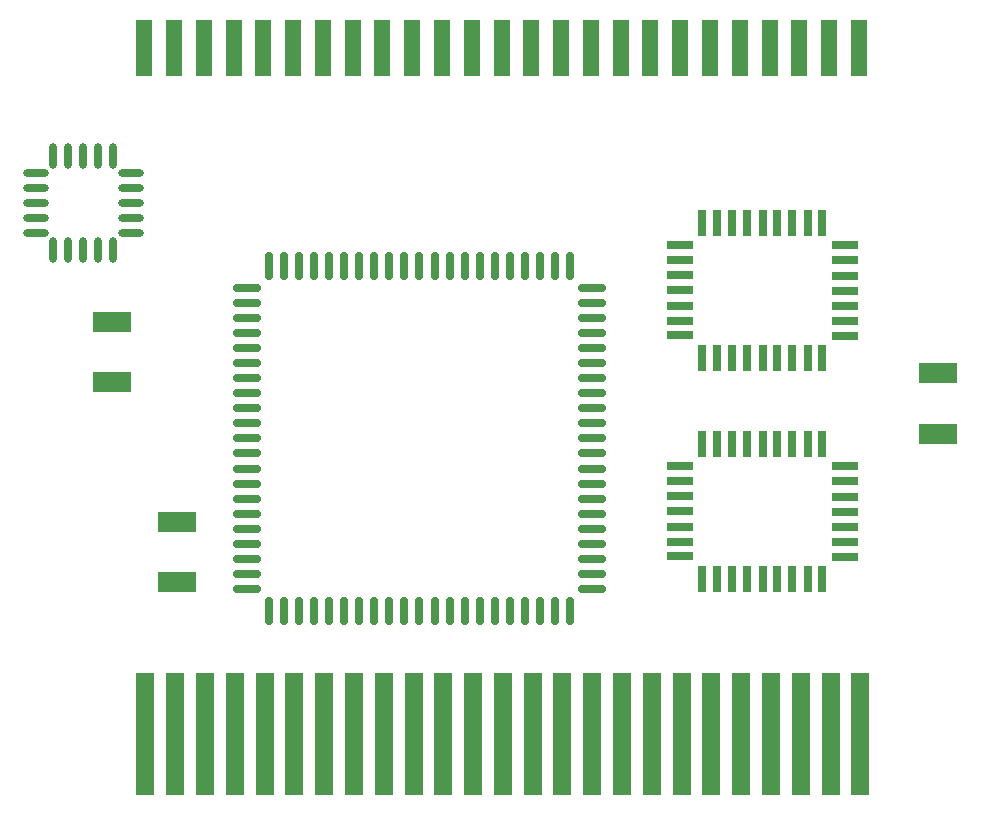
<source format=gbr>
%TF.GenerationSoftware,KiCad,Pcbnew,(6.0.2)*%
%TF.CreationDate,2022-10-24T07:01:04-05:00*%
%TF.ProjectId,N64NP6,4e36344e-5036-42e6-9b69-6361645f7063,rev?*%
%TF.SameCoordinates,Original*%
%TF.FileFunction,Paste,Top*%
%TF.FilePolarity,Positive*%
%FSLAX46Y46*%
G04 Gerber Fmt 4.6, Leading zero omitted, Abs format (unit mm)*
G04 Created by KiCad (PCBNEW (6.0.2)) date 2022-10-24 07:01:04*
%MOMM*%
%LPD*%
G01*
G04 APERTURE LIST*
G04 Aperture macros list*
%AMRoundRect*
0 Rectangle with rounded corners*
0 $1 Rounding radius*
0 $2 $3 $4 $5 $6 $7 $8 $9 X,Y pos of 4 corners*
0 Add a 4 corners polygon primitive as box body*
4,1,4,$2,$3,$4,$5,$6,$7,$8,$9,$2,$3,0*
0 Add four circle primitives for the rounded corners*
1,1,$1+$1,$2,$3*
1,1,$1+$1,$4,$5*
1,1,$1+$1,$6,$7*
1,1,$1+$1,$8,$9*
0 Add four rect primitives between the rounded corners*
20,1,$1+$1,$2,$3,$4,$5,0*
20,1,$1+$1,$4,$5,$6,$7,0*
20,1,$1+$1,$6,$7,$8,$9,0*
20,1,$1+$1,$8,$9,$2,$3,0*%
G04 Aperture macros list end*
%ADD10R,3.250000X1.700000*%
%ADD11R,2.270000X0.700000*%
%ADD12R,0.700000X2.270000*%
%ADD13O,0.700000X2.154000*%
%ADD14O,2.154000X0.700000*%
%ADD15RoundRect,0.150000X-0.150000X-1.000000X0.150000X-1.000000X0.150000X1.000000X-0.150000X1.000000X0*%
%ADD16RoundRect,0.150000X-1.000000X-0.150000X1.000000X-0.150000X1.000000X0.150000X-1.000000X0.150000X0*%
%ADD17R,1.500000X10.350000*%
%ADD18R,1.350000X4.750000*%
G04 APERTURE END LIST*
D10*
%TO.C,C4*%
X90533000Y67749000D03*
X90533000Y62649000D03*
%TD*%
%TO.C,C3*%
X26068000Y55158000D03*
X26068000Y50058000D03*
%TD*%
%TO.C,C2*%
X20589000Y72104000D03*
X20589000Y67004000D03*
%TD*%
D11*
%TO.C,U4*%
X82611000Y56059000D03*
X82610000Y57328000D03*
X82609000Y58638000D03*
X82609000Y59908000D03*
D12*
X80704000Y61771000D03*
X79474000Y61774000D03*
X78167000Y61772000D03*
X76896000Y61773000D03*
X75664000Y61775000D03*
X74353000Y61772000D03*
X73085000Y61773000D03*
X71814000Y61773000D03*
X70546000Y61773000D03*
D11*
X68640000Y59948000D03*
X68641000Y58678000D03*
X68639000Y57368000D03*
X68637000Y56097000D03*
X68640000Y54786000D03*
X68637000Y53520000D03*
X68639000Y52289000D03*
D12*
X70545000Y50343000D03*
X71817000Y50343000D03*
X73085000Y50342000D03*
X74356000Y50343000D03*
X75663000Y50344000D03*
X76895000Y50343000D03*
X78164000Y50346000D03*
X79476000Y50343000D03*
X80707000Y50342000D03*
D11*
X82611000Y52247000D03*
X82608000Y53478000D03*
X82609000Y54749000D03*
%TD*%
D13*
%TO.C,U1*%
X18144000Y86171000D03*
X16874000Y86171000D03*
X15604000Y86171000D03*
D14*
X14146000Y84713000D03*
X14146000Y83443000D03*
X14146000Y82173000D03*
X14146000Y80903000D03*
X14146000Y79633000D03*
D13*
X15604000Y78175000D03*
X16874000Y78175000D03*
X18144000Y78175000D03*
X19414000Y78175000D03*
X20684000Y78175000D03*
D14*
X22142000Y79633000D03*
X22142000Y80903000D03*
X22142000Y82173000D03*
X22142000Y83443000D03*
X22142000Y84713000D03*
D13*
X20684000Y86171000D03*
X19414000Y86171000D03*
%TD*%
D15*
%TO.C,U2*%
X46604000Y76849000D03*
X45329000Y76849000D03*
X44054000Y76849000D03*
X42779000Y76849000D03*
X41504000Y76849000D03*
X40229000Y76849000D03*
X38954000Y76849000D03*
X37679000Y76849000D03*
X36404000Y76849000D03*
X35129000Y76849000D03*
X33854000Y76849000D03*
D16*
X32004000Y74999000D03*
X32004000Y73724000D03*
X32004000Y72449000D03*
X32004000Y71174000D03*
X32004000Y69899000D03*
X32004000Y68624000D03*
X32004000Y67349000D03*
X32004000Y66074000D03*
X32004000Y64799000D03*
X32004000Y63524000D03*
X32004000Y62249000D03*
X32004000Y60974000D03*
X32004000Y59699000D03*
X32004000Y58424000D03*
X32004000Y57149000D03*
X32004000Y55874000D03*
X32004000Y54599000D03*
X32004000Y53324000D03*
X32004000Y52049000D03*
X32004000Y50774000D03*
X32004000Y49499000D03*
D15*
X33854000Y47649000D03*
X35129000Y47649000D03*
X36404000Y47649000D03*
X37679000Y47649000D03*
X38954000Y47649000D03*
X40229000Y47649000D03*
X41504000Y47649000D03*
X42779000Y47649000D03*
X44054000Y47649000D03*
X45329000Y47649000D03*
X46604000Y47649000D03*
X47879000Y47649000D03*
X49154000Y47649000D03*
X50429000Y47649000D03*
X51704000Y47649000D03*
X52979000Y47649000D03*
X54254000Y47649000D03*
X55529000Y47649000D03*
X56804000Y47649000D03*
X58079000Y47649000D03*
X59354000Y47649000D03*
D16*
X61204000Y49499000D03*
X61204000Y50774000D03*
X61204000Y52049000D03*
X61204000Y53324000D03*
X61204000Y54599000D03*
X61204000Y55874000D03*
X61204000Y57149000D03*
X61204000Y58424000D03*
X61204000Y59699000D03*
X61204000Y60974000D03*
X61204000Y62249000D03*
X61204000Y63524000D03*
X61204000Y64799000D03*
X61204000Y66074000D03*
X61204000Y67349000D03*
X61204000Y68624000D03*
X61204000Y69899000D03*
X61204000Y71174000D03*
X61204000Y72449000D03*
X61204000Y73724000D03*
X61204000Y74999000D03*
D15*
X59354000Y76849000D03*
X58079000Y76849000D03*
X56804000Y76849000D03*
X55529000Y76849000D03*
X54254000Y76849000D03*
X52979000Y76849000D03*
X51704000Y76849000D03*
X50429000Y76849000D03*
X49154000Y76849000D03*
X47879000Y76849000D03*
%TD*%
D17*
%TO.C,J1*%
X23404000Y37184000D03*
X25922000Y37184000D03*
X28447000Y37184000D03*
X30974000Y37184000D03*
X33493000Y37184000D03*
X36012000Y37184000D03*
X38535000Y37184000D03*
X41054000Y37184000D03*
X43573000Y37184000D03*
X46101000Y37184000D03*
X48626000Y37184000D03*
X51147000Y37184000D03*
X53671000Y37184000D03*
X56191000Y37184000D03*
X58711000Y37184000D03*
X61230000Y37184000D03*
X63748000Y37184000D03*
X66272000Y37184000D03*
X68798000Y37184000D03*
X71316000Y37184000D03*
X73836000Y37184000D03*
X76355000Y37184000D03*
X78885000Y37184000D03*
X81411000Y37184000D03*
X83930000Y37184000D03*
%TD*%
D11*
%TO.C,U3*%
X82611000Y74742000D03*
X82610000Y76011000D03*
X82609000Y77321000D03*
X82609000Y78591000D03*
D12*
X80704000Y80454000D03*
X79474000Y80457000D03*
X78167000Y80455000D03*
X76896000Y80456000D03*
X75664000Y80458000D03*
X74353000Y80455000D03*
X73085000Y80456000D03*
X71814000Y80456000D03*
X70546000Y80456000D03*
D11*
X68640000Y78631000D03*
X68641000Y77361000D03*
X68639000Y76051000D03*
X68637000Y74780000D03*
X68640000Y73469000D03*
X68637000Y72203000D03*
X68639000Y70972000D03*
D12*
X70545000Y69026000D03*
X71817000Y69026000D03*
X73085000Y69025000D03*
X74356000Y69026000D03*
X75663000Y69027000D03*
X76895000Y69026000D03*
X78164000Y69029000D03*
X79476000Y69026000D03*
X80707000Y69025000D03*
D11*
X82611000Y70930000D03*
X82608000Y72161000D03*
X82609000Y73432000D03*
%TD*%
D18*
%TO.C,J4*%
X23295000Y95327000D03*
X25813000Y95327000D03*
X28338000Y95327000D03*
X30865000Y95327000D03*
X33384000Y95327000D03*
X35903000Y95327000D03*
X38426000Y95327000D03*
X40945000Y95327000D03*
X43464000Y95327000D03*
X45992000Y95327000D03*
X48517000Y95327000D03*
X51038000Y95327000D03*
X53562000Y95327000D03*
X56082000Y95327000D03*
X58602000Y95327000D03*
X61121000Y95327000D03*
X63639000Y95327000D03*
X66163000Y95327000D03*
X68689000Y95327000D03*
X71207000Y95327000D03*
X73727000Y95327000D03*
X76246000Y95327000D03*
X78776000Y95327000D03*
X81302000Y95327000D03*
X83821000Y95327000D03*
%TD*%
M02*

</source>
